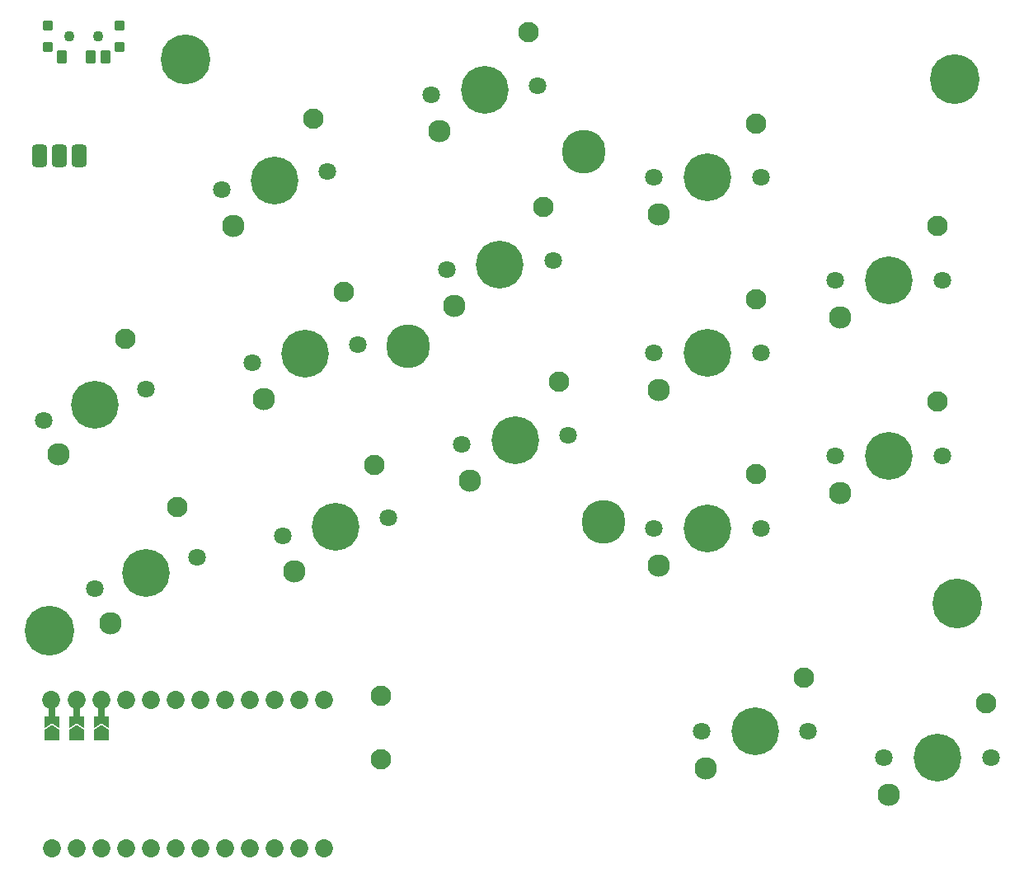
<source format=gbs>
%TF.GenerationSoftware,KiCad,Pcbnew,(6.0.4-0)*%
%TF.CreationDate,2022-07-26T10:13:53+02:00*%
%TF.ProjectId,wizza,77697a7a-612e-46b6-9963-61645f706362,v1.0.0*%
%TF.SameCoordinates,Original*%
%TF.FileFunction,Soldermask,Bot*%
%TF.FilePolarity,Negative*%
%FSLAX46Y46*%
G04 Gerber Fmt 4.6, Leading zero omitted, Abs format (unit mm)*
G04 Created by KiCad (PCBNEW (6.0.4-0)) date 2022-07-26 10:13:53*
%MOMM*%
%LPD*%
G01*
G04 APERTURE LIST*
G04 Aperture macros list*
%AMRoundRect*
0 Rectangle with rounded corners*
0 $1 Rounding radius*
0 $2 $3 $4 $5 $6 $7 $8 $9 X,Y pos of 4 corners*
0 Add a 4 corners polygon primitive as box body*
4,1,4,$2,$3,$4,$5,$6,$7,$8,$9,$2,$3,0*
0 Add four circle primitives for the rounded corners*
1,1,$1+$1,$2,$3*
1,1,$1+$1,$4,$5*
1,1,$1+$1,$6,$7*
1,1,$1+$1,$8,$9*
0 Add four rect primitives between the rounded corners*
20,1,$1+$1,$2,$3,$4,$5,0*
20,1,$1+$1,$4,$5,$6,$7,0*
20,1,$1+$1,$6,$7,$8,$9,0*
20,1,$1+$1,$8,$9,$2,$3,0*%
%AMFreePoly0*
4,1,16,0.535355,0.785355,0.550000,0.750000,0.550000,-0.750000,0.535355,-0.785355,0.500000,-0.800000,-0.650000,-0.800000,-0.685355,-0.785355,-0.700000,-0.750000,-0.691603,-0.722265,-0.210093,0.000000,-0.691603,0.722265,-0.699029,0.759806,-0.677735,0.791603,-0.650000,0.800000,0.500000,0.800000,0.535355,0.785355,0.535355,0.785355,$1*%
%AMFreePoly1*
4,1,16,0.535355,0.785355,0.541603,0.777735,1.041603,0.027735,1.049029,-0.009806,1.041603,-0.027735,0.541603,-0.777735,0.509806,-0.799029,0.500000,-0.800000,-0.500000,-0.800000,-0.535355,-0.785355,-0.550000,-0.750000,-0.550000,0.750000,-0.535355,0.785355,-0.500000,0.800000,0.500000,0.800000,0.535355,0.785355,0.535355,0.785355,$1*%
G04 Aperture macros list end*
%ADD10C,2.300000*%
%ADD11C,2.100000*%
%ADD12C,1.801800*%
%ADD13C,4.900000*%
%ADD14C,5.100000*%
%ADD15RoundRect,0.050000X-0.450000X-0.450000X0.450000X-0.450000X0.450000X0.450000X-0.450000X0.450000X0*%
%ADD16C,1.100000*%
%ADD17RoundRect,0.050000X-0.450000X-0.625000X0.450000X-0.625000X0.450000X0.625000X-0.450000X0.625000X0*%
%ADD18RoundRect,0.425000X-0.375000X-0.750000X0.375000X-0.750000X0.375000X0.750000X-0.375000X0.750000X0*%
%ADD19C,4.500000*%
%ADD20C,1.852600*%
%ADD21FreePoly0,90.000000*%
%ADD22RoundRect,0.050000X-0.250000X-0.762000X0.250000X-0.762000X0.250000X0.762000X-0.250000X0.762000X0*%
%ADD23FreePoly1,90.000000*%
G04 APERTURE END LIST*
D10*
%TO.C,S17*%
X87910214Y109878158D03*
D11*
X97057255Y120064136D03*
D12*
X87080925Y113620120D03*
X98039067Y114578834D03*
D13*
X92559996Y114099477D03*
%TD*%
D10*
%TO.C,S15*%
X89491861Y91912848D03*
D11*
X98638902Y102098826D03*
D12*
X88662572Y95654810D03*
X99620714Y96613524D03*
D13*
X94141643Y96134167D03*
%TD*%
%TO.C,S5*%
X52522259Y81799963D03*
D12*
X57781935Y83408007D03*
X47262583Y80191919D03*
D11*
X55681120Y88569313D03*
D10*
X48851748Y76704146D03*
%TD*%
%TO.C,S11*%
X66742934Y100184557D03*
D11*
X74967401Y111128991D03*
D12*
X65590667Y103840002D03*
X76423553Y105750132D03*
D13*
X71007110Y104795067D03*
%TD*%
D10*
%TO.C,S21*%
X110424791Y83297254D03*
D11*
X120424791Y92647254D03*
D12*
X109924791Y87097254D03*
X120924791Y87097254D03*
D13*
X115424791Y87097254D03*
%TD*%
%TO.C,S29*%
X134099495Y94564491D03*
D12*
X139599495Y94564491D03*
X128599495Y94564491D03*
D11*
X139099495Y100114491D03*
D10*
X129099495Y90764491D03*
%TD*%
%TO.C,S33*%
X134046791Y41743254D03*
D11*
X144046791Y51093254D03*
D12*
X133546791Y45543254D03*
X144546791Y45543254D03*
D13*
X139046791Y45543254D03*
%TD*%
D10*
%TO.C,S7*%
X73026972Y64651093D03*
D11*
X81251439Y75595527D03*
D12*
X71874705Y68306538D03*
X82707591Y70216668D03*
D13*
X77291148Y69261603D03*
%TD*%
D10*
%TO.C,S27*%
X129099495Y72744491D03*
D11*
X139099495Y82094491D03*
D12*
X128599495Y76544491D03*
X139599495Y76544491D03*
D13*
X134099495Y76544491D03*
%TD*%
%TO.C,S9*%
X74139129Y87023335D03*
D12*
X79555572Y87978400D03*
X68722686Y86068270D03*
D11*
X78099420Y93357259D03*
D10*
X69874953Y82412825D03*
%TD*%
%TO.C,S13*%
X91053509Y73957538D03*
D11*
X100200550Y84143516D03*
D12*
X90224220Y77699500D03*
X101182362Y78658214D03*
D13*
X95703291Y78178857D03*
%TD*%
D10*
%TO.C,S31*%
X115321152Y44426273D03*
D11*
X125321152Y53776273D03*
D12*
X114821152Y48226273D03*
X125821152Y48226273D03*
D13*
X120321152Y48226273D03*
%TD*%
D10*
%TO.C,S3*%
X54142067Y59376965D03*
D11*
X60971439Y71242132D03*
D12*
X52552902Y62864738D03*
X63072254Y66080826D03*
D13*
X57812578Y64472782D03*
%TD*%
D10*
%TO.C,S23*%
X110424791Y101327254D03*
D11*
X120424791Y110677254D03*
D12*
X109924791Y105127254D03*
X120924791Y105127254D03*
D13*
X115424791Y105127254D03*
%TD*%
D10*
%TO.C,S19*%
X110424791Y65277254D03*
D11*
X120424791Y74627254D03*
D12*
X109924791Y69077254D03*
X120924791Y69077254D03*
D13*
X115424791Y69077254D03*
%TD*%
D11*
%TO.C,B1*%
X81896791Y45365254D03*
X81896791Y51865254D03*
%TD*%
D14*
%TO.C,*%
X141078791Y61367254D03*
%TD*%
D15*
%TO.C,T2*%
X55089406Y120708838D03*
X47689406Y120708838D03*
X55089406Y118508838D03*
X47689406Y118508838D03*
D16*
X49889406Y119608838D03*
X52889406Y119608838D03*
D17*
X49139406Y117533838D03*
X52139406Y117533838D03*
X53639406Y117533838D03*
%TD*%
D14*
%TO.C,*%
X47860791Y58573254D03*
%TD*%
D18*
%TO.C,PAD1*%
X50908791Y107341254D03*
X48908791Y107341254D03*
X46908791Y107341254D03*
%TD*%
D14*
%TO.C,*%
X140824791Y115215254D03*
%TD*%
%TO.C,*%
X61830791Y117247254D03*
%TD*%
D19*
%TO.C,REF\u002A\u002A*%
X102762791Y107797040D03*
X104756791Y69749254D03*
X84735898Y87776147D03*
%TD*%
D20*
%TO.C,MCU1*%
X50654791Y36253254D03*
D21*
X50654791Y49236777D03*
X48114791Y49236777D03*
D22*
X53194791Y50161777D03*
D20*
X53194791Y36253254D03*
X53194791Y51493254D03*
D22*
X48114791Y50161777D03*
D21*
X53194791Y49236777D03*
D22*
X50654791Y50161777D03*
D20*
X48031045Y51493254D03*
X48114791Y36253254D03*
X50654791Y51493254D03*
D23*
X48114791Y47786777D03*
X50654791Y47786777D03*
X53194791Y47786777D03*
D20*
X55734791Y51493254D03*
X58274791Y51493254D03*
X60814791Y51493254D03*
X63354791Y51493254D03*
X65894791Y51493254D03*
X68434791Y51493254D03*
X70974791Y51493254D03*
X73514791Y51493254D03*
X76054791Y51493254D03*
X55734791Y36253254D03*
X58274791Y36253254D03*
X60814791Y36253254D03*
X63354791Y36253254D03*
X65894791Y36253254D03*
X68434791Y36253254D03*
X70974791Y36253254D03*
X73514791Y36253254D03*
X76054791Y36253254D03*
%TD*%
M02*

</source>
